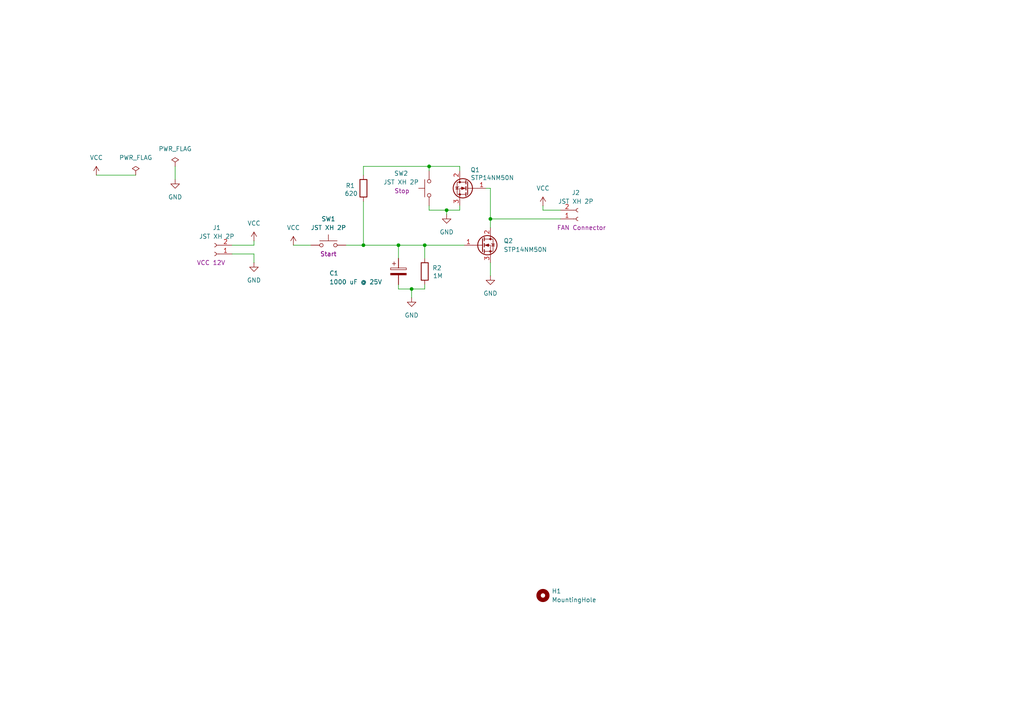
<source format=kicad_sch>
(kicad_sch (version 20231120) (generator "eeschema") (generator_version "8.0")
  (paper "A4")
  (lib_symbols
    (symbol "Connector:Conn_01x02_Socket" (pin_names (offset 1.016) hide)
      (property "Reference" "J" (at 0 2.54 0))
      (property "Value" "Conn_01x02_Socket" (at 0 -5.08 0))
      (symbol "Conn_01x02_Socket_1_1"
        (arc (start 0 -2.032) (mid -0.5058 -2.54) (end 0 -3.048) (stroke (width 0.1524)))
        (polyline (pts (xy -1.27 -2.54) (xy -0.508 -2.54)) (stroke (width 0.1524)))
        (polyline (pts (xy -1.27 0) (xy -0.508 0)) (stroke (width 0.1524)))
        (arc (start 0 0.508) (mid -0.5058 0) (end 0 -0.508) (stroke (width 0.1524)))
        (pin passive line (at -5.08 0 0) (length 3.81) (name "Pin_1") (number "1"))
        (pin passive line (at -5.08 -2.54 0) (length 3.81) (name "Pin_2") (number "2"))
      )
    )
    (symbol "Device:C_Polarized" (pin_numbers hide) (pin_names (offset 0.254))
      (property "Reference" "C" (at 0.635 2.54 0))
      (property "Value" "C_Polarized" (at 0.635 -2.54 0))
      (symbol "C_Polarized_0_1"
        (rectangle (start -2.286 0.508) (end 2.286 1.016))
        (polyline (pts (xy -1.778 2.286) (xy -0.762 2.286)))
        (polyline (pts (xy -1.27 2.794) (xy -1.27 1.778)))
        (rectangle (start 2.286 -0.508) (end -2.286 -1.016) (fill (type outline)))
      )
      (symbol "C_Polarized_1_1"
        (pin passive line (at 0 3.81 270) (length 2.794) (name "~") (number "1"))
        (pin passive line (at 0 -3.81 90) (length 2.794) (name "~") (number "2"))
      )
    )
    (symbol "Device:Q_NMOS_GDS" (pin_names (offset 0) hide)
      (property "Reference" "Q" (at 5.08 1.27 0))
      (property "Value" "Q_NMOS_GDS" (at 5.08 -1.27 0))
      (symbol "Q_NMOS_GDS_0_1"
        (polyline (pts (xy 0.254 0) (xy -2.54 0)))
        (polyline (pts (xy 0.254 1.905) (xy 0.254 -1.905)) (stroke (width 0.254)))
        (polyline (pts (xy 0.762 -1.27) (xy 0.762 -2.286)) (stroke (width 0.254)))
        (polyline (pts (xy 0.762 0.508) (xy 0.762 -0.508)) (stroke (width 0.254)))
        (polyline (pts (xy 0.762 2.286) (xy 0.762 1.27)) (stroke (width 0.254)))
        (polyline (pts (xy 2.54 2.54) (xy 2.54 1.778)))
        (polyline (pts (xy 2.54 -2.54) (xy 2.54 0) (xy 0.762 0)))
        (polyline (pts (xy 0.762 -1.778) (xy 3.302 -1.778) (xy 3.302 1.778) (xy 0.762 1.778)))
        (polyline (pts (xy 1.016 0) (xy 2.032 0.381) (xy 2.032 -0.381) (xy 1.016 0)) (fill (type outline)))
        (polyline (pts (xy 2.794 0.508) (xy 2.921 0.381) (xy 3.683 0.381) (xy 3.81 0.254)))
        (polyline (pts (xy 3.302 0.381) (xy 2.921 -0.254) (xy 3.683 -0.254) (xy 3.302 0.381)))
        (circle (center 1.651 0) (radius 2.794) (stroke (width 0.254)))
        (circle (center 2.54 -1.778) (radius 0.254) (fill (type outline)))
        (circle (center 2.54 1.778) (radius 0.254) (fill (type outline)))
      )
      (symbol "Q_NMOS_GDS_1_1"
        (pin input line (at -5.08 0 0) (length 2.54) (name "G") (number "1"))
        (pin passive line (at 2.54 5.08 270) (length 2.54) (name "D") (number "2"))
        (pin passive line (at 2.54 -5.08 90) (length 2.54) (name "S") (number "3"))
      )
    )
    (symbol "Device:R" (pin_numbers hide) (pin_names (offset 0))
      (property "Reference" "R" (at 2.032 0 90))
      (property "Value" "R" (at 0 0 90))
      (symbol "R_0_1"
        (rectangle (start -1.016 -2.54) (end 1.016 2.54) (stroke (width 0.254)))
      )
      (symbol "R_1_1"
        (pin passive line (at 0 3.81 270) (length 1.27) (name "~") (number "1"))
        (pin passive line (at 0 -3.81 90) (length 1.27) (name "~") (number "2"))
      )
    )
    (symbol "Mechanical:MountingHole" (pin_names (offset 1.016)) (exclude_from_sim yes) (in_bom no)
      (property "Reference" "H" (at 0 5.08 0))
      (property "Value" "MountingHole" (at 0 3.175 0))
      (symbol "MountingHole_0_1"
        (circle (center 0 0) (radius 1.27) (stroke (width 1.27)))
      )
    )
    (symbol "Switch:SW_Push" (pin_numbers hide) (pin_names (offset 1.016) hide)
      (property "Reference" "SW" (at 1.27 2.54 0))
      (property "Value" "SW_Push" (at 0 -1.524 0))
      (symbol "SW_Push_0_1"
        (circle (center -2.032 0) (radius 0.508))
        (polyline (pts (xy 0 1.27) (xy 0 3.048)))
        (polyline (pts (xy 2.54 1.27) (xy -2.54 1.27)))
        (circle (center 2.032 0) (radius 0.508))
        (pin passive line (at -5.08 0 0) (length 2.54) (name "1") (number "1"))
        (pin passive line (at 5.08 0 180) (length 2.54) (name "2") (number "2"))
      )
    )
    (symbol "power:GND" (power) (pin_numbers hide) (pin_names (offset 0) hide)
      (property "Value" "GND" (at 0 -3.81 0))
      (symbol "GND_0_1"
        (polyline (pts (xy 0 0) (xy 0 -1.27) (xy 1.27 -1.27) (xy 0 -2.54) (xy -1.27 -1.27) (xy 0 -1.27)))
      )
      (symbol "GND_1_1"
        (pin power_in line (at 0 0 270) (length 0) (name "~") (number "1"))
      )
    )
    (symbol "power:PWR_FLAG" (power) (pin_numbers hide) (pin_names (offset 0) hide)
      (property "Value" "PWR_FLAG" (at 0 3.81 0))
      (symbol "PWR_FLAG_0_0"
        (pin power_out line (at 0 0 90) (length 0) (name "~") (number "1"))
      )
      (symbol "PWR_FLAG_0_1"
        (polyline (pts (xy 0 0) (xy 0 1.27) (xy -1.016 1.905) (xy 0 2.54) (xy 1.016 1.905) (xy 0 1.27)))
      )
    )
    (symbol "power:VCC" (power) (pin_numbers hide) (pin_names (offset 0) hide)
      (property "Value" "VCC" (at 0 3.556 0))
      (symbol "VCC_0_1"
        (polyline (pts (xy -0.762 1.27) (xy 0 2.54)))
        (polyline (pts (xy 0 0) (xy 0 2.54)))
        (polyline (pts (xy 0 2.54) (xy 0.762 1.27)))
      )
      (symbol "VCC_1_1"
        (pin power_in line (at 0 0 90) (length 0) (name "~") (number "1"))
      )
    )
  )
  (junction (at 115.57 71.12))
  (junction (at 124.46 48.26))
  (junction (at 123.19 71.12))
  (junction (at 119.38 83.82))
  (junction (at 105.41 71.12))
  (junction (at 142.24 63.5))
  (junction (at 129.54 60.96))
  (wire (pts (xy 123.19 71.12) (xy 123.19 74.93)))
  (wire (pts (xy 157.48 60.96) (xy 162.56 60.96)))
  (wire (pts (xy 129.54 60.96) (xy 133.35 60.96)))
  (wire (pts (xy 140.97 54.61) (xy 142.24 54.61)))
  (wire (pts (xy 123.19 83.82) (xy 123.19 82.55)))
  (wire (pts (xy 115.57 71.12) (xy 123.19 71.12)))
  (wire (pts (xy 124.46 60.96) (xy 124.46 59.69)))
  (wire (pts (xy 133.35 60.96) (xy 133.35 59.69)))
  (wire (pts (xy 50.8 48.26) (xy 50.8 52.07)))
  (wire (pts (xy 124.46 48.26) (xy 124.46 49.53)))
  (wire (pts (xy 124.46 60.96) (xy 129.54 60.96)))
  (wire (pts (xy 129.54 60.96) (xy 129.54 62.23)))
  (wire (pts (xy 73.66 76.2) (xy 73.66 73.66)))
  (wire (pts (xy 119.38 83.82) (xy 119.38 86.36)))
  (wire (pts (xy 73.66 71.12) (xy 67.31 71.12)))
  (wire (pts (xy 115.57 71.12) (xy 115.57 74.93)))
  (wire (pts (xy 85.09 71.12) (xy 90.17 71.12)))
  (wire (pts (xy 123.19 71.12) (xy 134.62 71.12)))
  (wire (pts (xy 142.24 54.61) (xy 142.24 63.5)))
  (wire (pts (xy 115.57 83.82) (xy 119.38 83.82)))
  (wire (pts (xy 73.66 73.66) (xy 67.31 73.66)))
  (wire (pts (xy 27.94 50.8) (xy 39.37 50.8)))
  (wire (pts (xy 133.35 48.26) (xy 133.35 49.53)))
  (wire (pts (xy 105.41 50.8) (xy 105.41 48.26)))
  (wire (pts (xy 105.41 58.42) (xy 105.41 71.12)))
  (wire (pts (xy 115.57 82.55) (xy 115.57 83.82)))
  (wire (pts (xy 100.33 71.12) (xy 105.41 71.12)))
  (wire (pts (xy 162.56 63.5) (xy 142.24 63.5)))
  (wire (pts (xy 73.66 69.85) (xy 73.66 71.12)))
  (wire (pts (xy 157.48 59.69) (xy 157.48 60.96)))
  (wire (pts (xy 142.24 76.2) (xy 142.24 80.01)))
  (wire (pts (xy 124.46 48.26) (xy 133.35 48.26)))
  (wire (pts (xy 105.41 48.26) (xy 124.46 48.26)))
  (wire (pts (xy 105.41 71.12) (xy 115.57 71.12)))
  (wire (pts (xy 142.24 63.5) (xy 142.24 66.04)))
  (wire (pts (xy 119.38 83.82) (xy 123.19 83.82)))
  (symbol (lib_id "Device:R") (at 123.19 78.74 180) (unit 1)
    (property "Reference" "R2" (at 126.746 77.724 0))
    (property "Value" "1M" (at 127 80.01 0))
    (property "Footprint" "Resistor_SMD:R_0805_2012Metric" (effects (hide yes)))
    (property "Description" "Resistor" (effects (hide yes)))
  )
  (symbol (lib_id "power:GND") (at 50.8 52.07 0) (unit 1)
    (property "Reference" "#PWR09" (effects (hide yes)))
    (property "Value" "GND" (at 50.8 57.15 0))
    (property "Description" "Power symbol creates a global label with name \"GND\" , ground" (effects (hide yes)))
  )
  (symbol (lib_id "power:GND") (at 73.66 76.2 0) (unit 1)
    (property "Reference" "#PWR02" (effects (hide yes)))
    (property "Value" "GND" (at 73.66 81.28 0))
    (property "Description" "Power symbol creates a global label with name \"GND\" , ground" (effects (hide yes)))
  )
  (symbol (lib_id "power:VCC") (at 157.48 59.69 0) (unit 1)
    (property "Reference" "#PWR07" (effects (hide yes)))
    (property "Value" "VCC" (at 157.48 54.61 0))
    (property "Description" "Power symbol creates a global label with name \"VCC\"" (effects (hide yes)))
  )
  (symbol (lib_id "Device:C_Polarized") (at 115.57 78.74 0) (unit 1)
    (property "Reference" "C1" (at 95.504 79.248 0) (effects (justify left)))
    (property "Value" "1000 uF @ 25V" (at 95.504 81.788 0) (effects (justify left)))
    (property "Footprint" "Capacitor_THT:CP_Radial_D10.0mm_P5.00mm" (effects (hide yes)))
    (property "Description" "Polarized capacitor" (effects (hide yes)))
  )
  (symbol (lib_id "Connector:Conn_01x02_Socket") (at 62.23 73.66 180) (unit 1)
    (property "Reference" "J1" (at 62.865 66.04 0))
    (property "Value" "JST XH 2P" (at 62.865 68.58 0))
    (property "Footprint" "Connector_JST:JST_XH_B2B-XH-A_1x02_P2.50mm_Vertical" (effects (hide yes)))
    (property "Description" "Generic connector, single row, 01x02, script generated" (effects (hide yes)))
    (property "Поле5" "VCC 12V" (at 61.214 76.2 0))
  )
  (symbol (lib_id "power:VCC") (at 73.66 69.85 0) (unit 1)
    (property "Reference" "#PWR01" (effects (hide yes)))
    (property "Value" "VCC" (at 73.66 64.77 0))
    (property "Description" "Power symbol creates a global label with name \"VCC\"" (effects (hide yes)))
  )
  (symbol (lib_id "Mechanical:MountingHole") (at 157.48 172.72 0) (unit 1) (in_bom no)
    (property "Reference" "H1" (at 160.02 171.45 0) (effects (justify left)))
    (property "Value" "MountingHole" (at 160.02 173.9899 0) (effects (justify left)))
    (property "Footprint" "MountingHole:MountingHole_2.2mm_M2" (effects (hide yes)))
    (property "Description" "Mounting Hole without connection" (effects (hide yes)))
  )
  (symbol (lib_id "power:VCC") (at 27.94 50.8 0) (unit 1)
    (property "Reference" "#PWR08" (effects (hide yes)))
    (property "Value" "VCC" (at 27.94 45.72 0))
    (property "Description" "Power symbol creates a global label with name \"VCC\"" (effects (hide yes)))
  )
  (symbol (lib_id "Connector:Conn_01x02_Socket") (at 167.64 63.5 0) (mirror x) (unit 1)
    (property "Reference" "J2" (at 167.005 55.88 0))
    (property "Value" "JST XH 2P" (at 167.005 58.42 0))
    (property "Footprint" "Connector_JST:JST_XH_B2B-XH-A_1x02_P2.50mm_Vertical" (effects (hide yes)))
    (property "Description" "Generic connector, single row, 01x02, script generated" (effects (hide yes)))
    (property "Поле5" "FAN Connector" (at 168.656 66.04 0))
  )
  (symbol (lib_id "power:GND") (at 129.54 62.23 0) (unit 1)
    (property "Reference" "#PWR05" (effects (hide yes)))
    (property "Value" "GND" (at 129.54 67.31 0))
    (property "Description" "Power symbol creates a global label with name \"GND\" , ground" (effects (hide yes)))
  )
  (symbol (lib_id "power:VCC") (at 85.09 71.12 0) (unit 1)
    (property "Reference" "#PWR03" (effects (hide yes)))
    (property "Value" "VCC" (at 85.09 66.04 0))
    (property "Description" "Power symbol creates a global label with name \"VCC\"" (effects (hide yes)))
  )
  (symbol (lib_id "Switch:SW_Push") (at 95.25 71.12 0) (unit 1)
    (property "Reference" "SW1" (at 95.25 63.5 0))
    (property "Value" "JST XH 2P" (at 95.25 66.04 0))
    (property "Footprint" "Connector_JST:JST_XH_B2B-XH-A_1x02_P2.50mm_Vertical" (effects (hide yes)))
    (property "Description" "Push button switch, generic, two pins" (effects (hide yes)))
    (property "Поле5" "Start" (at 95.25 73.66 0))
  )
  (symbol (lib_id "Device:R") (at 105.41 54.61 180) (unit 1)
    (property "Reference" "R1" (at 101.6 53.848 0))
    (property "Value" "620" (at 101.854 56.134 0))
    (property "Footprint" "Resistor_SMD:R_0805_2012Metric" (effects (hide yes)))
    (property "Description" "Resistor" (effects (hide yes)))
  )
  (symbol (lib_id "Switch:SW_Push") (at 124.46 54.61 90) (unit 1)
    (property "Reference" "SW2" (at 116.332 50.292 90))
    (property "Value" "JST XH 2P" (at 116.332 52.832 90))
    (property "Footprint" "Connector_JST:JST_XH_B2B-XH-A_1x02_P2.50mm_Vertical" (effects (hide yes)))
    (property "Description" "Push button switch, generic, two pins" (effects (hide yes)))
    (property "Поле5" "Stop" (at 116.586 55.372 90))
  )
  (symbol (lib_id "power:GND") (at 142.24 80.01 0) (unit 1)
    (property "Reference" "#PWR06" (effects (hide yes)))
    (property "Value" "GND" (at 142.24 85.09 0))
    (property "Description" "Power symbol creates a global label with name \"GND\" , ground" (effects (hide yes)))
  )
  (symbol (lib_id "Device:Q_NMOS_GDS") (at 135.89 54.61 0) (mirror y) (unit 1)
    (property "Reference" "Q1" (at 139.192 49.276 0) (effects (justify left)))
    (property "Value" "STP14NM50N" (at 149.098 51.562 0) (effects (justify left)))
    (property "Footprint" "Package_TO_SOT_THT:TO-220-3_Vertical" (effects (hide yes)))
    (property "Description" "N-MOSFET transistor, gate/drain/source" (effects (hide yes)))
  )
  (symbol (lib_id "Device:Q_NMOS_GDS") (at 139.7 71.12 0) (unit 1)
    (property "Reference" "Q2" (at 146.05 69.8499 0) (effects (justify left)))
    (property "Value" "STP14NM50N" (at 146.05 72.3899 0) (effects (justify left)))
    (property "Footprint" "Package_TO_SOT_THT:TO-220-3_Vertical" (effects (hide yes)))
    (property "Description" "N-MOSFET transistor, gate/drain/source" (effects (hide yes)))
  )
  (symbol (lib_id "power:PWR_FLAG") (at 39.37 50.8 0) (unit 1)
    (property "Reference" "#FLG01" (effects (hide yes)))
    (property "Value" "PWR_FLAG" (at 39.37 45.72 0))
    (property "Description" "Special symbol for telling ERC where power comes from" (effects (hide yes)))
  )
  (symbol (lib_id "power:PWR_FLAG") (at 50.8 48.26 0) (unit 1)
    (property "Reference" "#FLG02" (effects (hide yes)))
    (property "Value" "PWR_FLAG" (at 50.8 43.18 0))
    (property "Description" "Special symbol for telling ERC where power comes from" (effects (hide yes)))
  )
  (symbol (lib_id "power:GND") (at 119.38 86.36 0) (unit 1)
    (property "Reference" "#PWR04" (effects (hide yes)))
    (property "Value" "GND" (at 119.38 91.44 0))
    (property "Description" "Power symbol creates a global label with name \"GND\" , ground" (effects (hide yes)))
  )
)
</source>
